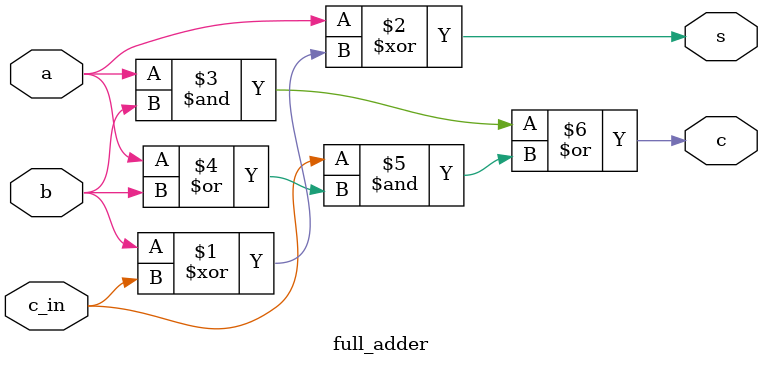
<source format=v>

`ifndef _full_adder
`define _full_adder

module full_adder(
		input	a,
		input	b,
		input	c_in,
		output	s,
		output	c);

	assign s = a ^ (b ^ c_in);
	assign c = (a & b) | (c_in & (a | b));

endmodule

`endif

</source>
